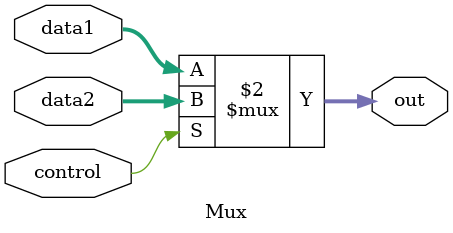
<source format=v>
`define DATA_WIDTH 32

module Mux(
	input control,
	input [`DATA_WIDTH - 1:0] data1,
	input [`DATA_WIDTH - 1:0] data2,
	output [`DATA_WIDTH - 1:0] out
);

assign out = (control == 1'b1) ? data2 : data1;

endmodule

</source>
